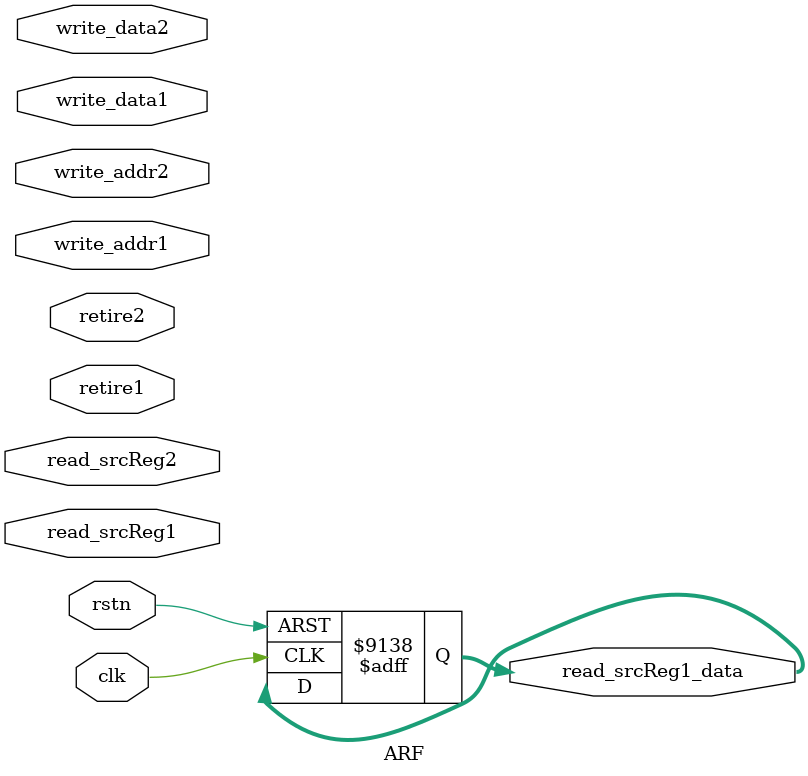
<source format=v>

`timescale 1ns / 1ps

module ARF (
    input clk, 
    input rstn,
    
    // can read 2 registers at the same time
    input [5:0] read_srcReg1,
    input [5:0] read_srcReg2,
    
    // can retire 2 instructions at the same time at max
    input retire1,
    input [5:0] write_addr1,
    input [31:0] write_data1,

    input retire2,
    input [5:0] write_addr2,
    input [31:0] write_data2,

    output reg [31:0] read_srcReg1_data,
    output reg [31:0] read_srcReg1_data
);

    reg [31:0] REGISTER_FILE [63:0];
    integer i;

    always @(posedge clk or negedge rstn) begin
        if (~rstn) begin
            for (i=0; i<64; i=i+1) begin
                REGISTER_FILE[i] <= 0;
            end
        end else begin
            if (retire1) begin 
                REGISTER_FILE[write_addr1] = write_data1;
            end
            if (retire2) begin
                REGISTER_FILE[write_addr2] = write_data2;
            end
        end
    end
    
    always @(posedge clk or negedge rstn) begin
        if (~rstn) begin
            read_srcReg1_data = 'b0;
            read_srcReg2_data = 'b0;
        end else begin
            read_data1 = REGISTER_FILE[read_addr1];
            read_data2 = REGISTER_FILE[read_addr2];
        end
    end

endmodule
</source>
